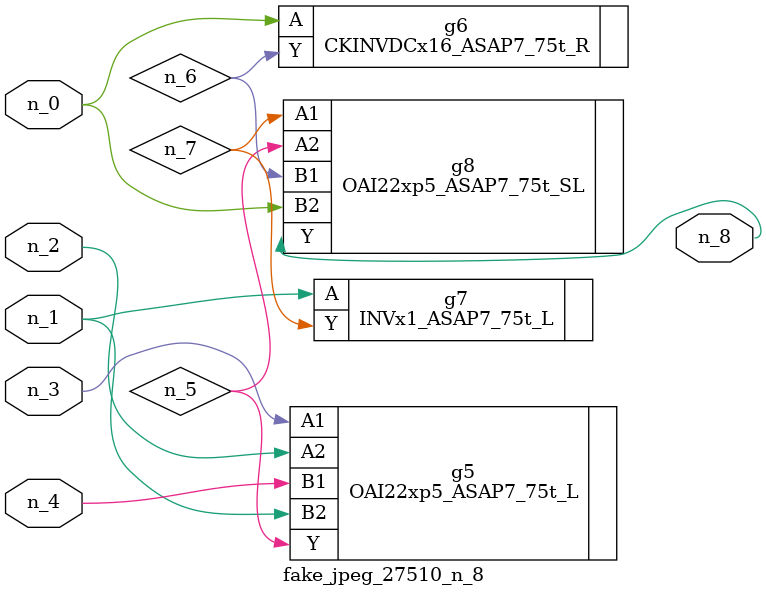
<source format=v>
module fake_jpeg_27510_n_8 (n_3, n_2, n_1, n_0, n_4, n_8);

input n_3;
input n_2;
input n_1;
input n_0;
input n_4;

output n_8;

wire n_6;
wire n_5;
wire n_7;

OAI22xp5_ASAP7_75t_L g5 ( 
.A1(n_3),
.A2(n_2),
.B1(n_4),
.B2(n_1),
.Y(n_5)
);

CKINVDCx16_ASAP7_75t_R g6 ( 
.A(n_0),
.Y(n_6)
);

INVx1_ASAP7_75t_L g7 ( 
.A(n_1),
.Y(n_7)
);

OAI22xp5_ASAP7_75t_SL g8 ( 
.A1(n_7),
.A2(n_5),
.B1(n_6),
.B2(n_0),
.Y(n_8)
);


endmodule
</source>
